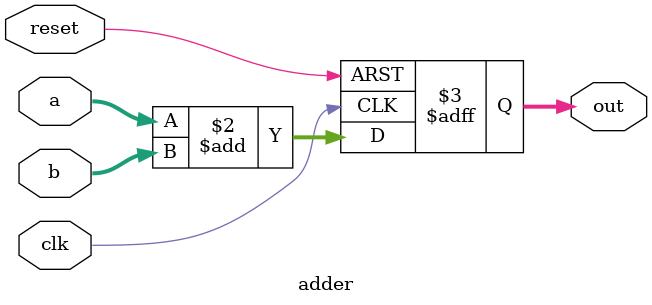
<source format=sv>

module adder(clk, reset,a,b,out);
  input clk,reset;
  input int a;
  input int b;
  output int out;
  
  always @(posedge clk or posedge reset)
    begin
      
     if(reset)
      out <= 0;
     else
      out <= a+b;
    end
  
endmodule
  

</source>
